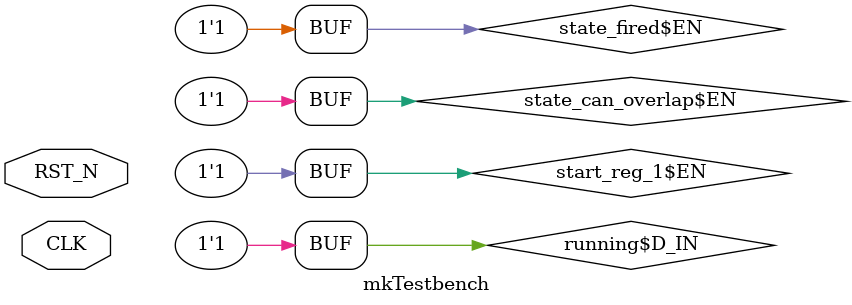
<source format=v>

`ifdef BSV_ASSIGNMENT_DELAY
`else
  `define BSV_ASSIGNMENT_DELAY
`endif

`ifdef BSV_POSITIVE_RESET
  `define BSV_RESET_VALUE 1'b1
  `define BSV_RESET_EDGE posedge
`else
  `define BSV_RESET_VALUE 1'b0
  `define BSV_RESET_EDGE negedge
`endif

module mkTestbench(CLK,
		   RST_N);
  input  CLK;
  input  RST_N;

  // inlined wires
  wire start_wire$whas, state_set_pw$whas;

  // register running
  reg running;
  wire running$D_IN, running$EN;

  // register start_reg
  reg start_reg;
  wire start_reg$D_IN, start_reg$EN;

  // register start_reg_1
  reg start_reg_1;
  wire start_reg_1$D_IN, start_reg_1$EN;

  // register state_can_overlap
  reg state_can_overlap;
  wire state_can_overlap$D_IN, state_can_overlap$EN;

  // register state_fired
  reg state_fired;
  wire state_fired$D_IN, state_fired$EN;

  // register state_mkFSMstate
  reg [2 : 0] state_mkFSMstate;
  reg [2 : 0] state_mkFSMstate$D_IN;
  wire state_mkFSMstate$EN;

  // register testCounter
  reg [31 : 0] testCounter;
  wire [31 : 0] testCounter$D_IN;
  wire testCounter$EN;

  // ports of submodule testVec_0
  wire testVec_0$EN_go, testVec_0$RDY_go, testVec_0$done;

  // rule scheduling signals
  wire WILL_FIRE_RL_action_f_init_l20c17,
       WILL_FIRE_RL_action_l24c28,
       WILL_FIRE_RL_action_l25c26,
       WILL_FIRE_RL_fsm_start,
       WILL_FIRE_RL_idle_l20c17,
       WILL_FIRE_RL_idle_l20c17_1;

  // inputs to muxes for submodule ports
  wire [31 : 0] MUX_testCounter$write_1__VAL_1;
  wire MUX_start_reg$write_1__SEL_2, MUX_state_mkFSMstate$write_1__SEL_1;

  // remaining internal signals
  wire abort_whas_AND_abort_wget_OR_state_mkFSMstate__ETC___d71;

  // submodule testVec_0
  mkTestsMainTest testVec_0(.CLK(CLK),
			    .RST_N(RST_N),
			    .EN_go(testVec_0$EN_go),
			    .RDY_go(testVec_0$RDY_go),
			    .done(testVec_0$done),
			    .RDY_done());

  // rule RL_action_l24c28
  assign WILL_FIRE_RL_action_l24c28 =
	     testVec_0$RDY_go && testCounter == 32'd0 &&
	     (state_mkFSMstate == 3'd1 || state_mkFSMstate == 3'd4) ;

  // rule RL_action_l25c26
  assign WILL_FIRE_RL_action_l25c26 =
	     testVec_0$done && state_mkFSMstate == 3'd2 ;

  // rule RL_fsm_start
  assign WILL_FIRE_RL_fsm_start =
	     abort_whas_AND_abort_wget_OR_state_mkFSMstate__ETC___d71 &&
	     start_reg ;

  // rule RL_idle_l20c17
  assign WILL_FIRE_RL_idle_l20c17 =
	     testCounter != 32'd0 && !start_wire$whas &&
	     state_mkFSMstate == 3'd1 ;

  // rule RL_idle_l20c17_1
  assign WILL_FIRE_RL_idle_l20c17_1 =
	     testCounter != 32'd0 && !start_wire$whas &&
	     state_mkFSMstate == 3'd4 ;

  // rule RL_action_f_init_l20c17
  assign WILL_FIRE_RL_action_f_init_l20c17 =
	     start_wire$whas && state_mkFSMstate == 3'd0 ||
	     testCounter != 32'd0 && start_wire$whas &&
	     state_mkFSMstate == 3'd1 ||
	     testCounter != 32'd0 && start_wire$whas &&
	     state_mkFSMstate == 3'd4 ;

  // inputs to muxes for submodule ports
  assign MUX_start_reg$write_1__SEL_2 =
	     abort_whas_AND_abort_wget_OR_state_mkFSMstate__ETC___d71 &&
	     !start_reg &&
	     !running ;
  assign MUX_state_mkFSMstate$write_1__SEL_1 =
	     WILL_FIRE_RL_idle_l20c17_1 || WILL_FIRE_RL_idle_l20c17 ;
  assign MUX_testCounter$write_1__VAL_1 = testCounter + 32'd1 ;

  // inlined wires
  assign start_wire$whas =
	     WILL_FIRE_RL_fsm_start || start_reg_1 && !state_fired ;
  assign state_set_pw$whas =
	     WILL_FIRE_RL_idle_l20c17_1 || WILL_FIRE_RL_idle_l20c17 ||
	     state_mkFSMstate == 3'd3 ||
	     WILL_FIRE_RL_action_l25c26 ||
	     WILL_FIRE_RL_action_l24c28 ||
	     WILL_FIRE_RL_action_f_init_l20c17 ;

  // register running
  assign running$D_IN = 1'd1 ;
  assign running$EN = MUX_start_reg$write_1__SEL_2 ;

  // register start_reg
  assign start_reg$D_IN = !WILL_FIRE_RL_fsm_start ;
  assign start_reg$EN =
	     WILL_FIRE_RL_fsm_start ||
	     abort_whas_AND_abort_wget_OR_state_mkFSMstate__ETC___d71 &&
	     !start_reg &&
	     !running ;

  // register start_reg_1
  assign start_reg_1$D_IN = start_wire$whas ;
  assign start_reg_1$EN = 1'd1 ;

  // register state_can_overlap
  assign state_can_overlap$D_IN = state_set_pw$whas || state_can_overlap ;
  assign state_can_overlap$EN = 1'd1 ;

  // register state_fired
  assign state_fired$D_IN = state_set_pw$whas ;
  assign state_fired$EN = 1'd1 ;

  // register state_mkFSMstate
  always@(MUX_state_mkFSMstate$write_1__SEL_1 or
	  WILL_FIRE_RL_action_f_init_l20c17 or
	  WILL_FIRE_RL_action_l24c28 or
	  WILL_FIRE_RL_action_l25c26 or state_mkFSMstate)
  begin
    case (1'b1) // synopsys parallel_case
      MUX_state_mkFSMstate$write_1__SEL_1: state_mkFSMstate$D_IN = 3'd0;
      WILL_FIRE_RL_action_f_init_l20c17: state_mkFSMstate$D_IN = 3'd1;
      WILL_FIRE_RL_action_l24c28: state_mkFSMstate$D_IN = 3'd2;
      WILL_FIRE_RL_action_l25c26: state_mkFSMstate$D_IN = 3'd3;
      state_mkFSMstate == 3'd3: state_mkFSMstate$D_IN = 3'd4;
      default: state_mkFSMstate$D_IN = 3'b010 /* unspecified value */ ;
    endcase
  end
  assign state_mkFSMstate$EN =
	     WILL_FIRE_RL_idle_l20c17_1 || WILL_FIRE_RL_idle_l20c17 ||
	     WILL_FIRE_RL_action_f_init_l20c17 ||
	     WILL_FIRE_RL_action_l24c28 ||
	     WILL_FIRE_RL_action_l25c26 ||
	     state_mkFSMstate == 3'd3 ;

  // register testCounter
  assign testCounter$D_IN =
	     (state_mkFSMstate == 3'd3) ?
	       MUX_testCounter$write_1__VAL_1 :
	       32'd0 ;
  assign testCounter$EN =
	     state_mkFSMstate == 3'd3 || WILL_FIRE_RL_action_f_init_l20c17 ;

  // submodule testVec_0
  assign testVec_0$EN_go = WILL_FIRE_RL_action_l24c28 ;

  // remaining internal signals
  assign abort_whas_AND_abort_wget_OR_state_mkFSMstate__ETC___d71 =
	     (state_mkFSMstate == 3'd0 ||
	      testCounter != 32'd0 && state_mkFSMstate == 3'd1 ||
	      testCounter != 32'd0 && state_mkFSMstate == 3'd4) &&
	     (!start_reg_1 || state_fired) ;

  // handling of inlined registers

  always@(posedge CLK)
  begin
    if (RST_N == `BSV_RESET_VALUE)
      begin
        running <= `BSV_ASSIGNMENT_DELAY 1'd0;
	start_reg <= `BSV_ASSIGNMENT_DELAY 1'd0;
	start_reg_1 <= `BSV_ASSIGNMENT_DELAY 1'd0;
	state_can_overlap <= `BSV_ASSIGNMENT_DELAY 1'd1;
	state_fired <= `BSV_ASSIGNMENT_DELAY 1'd0;
	state_mkFSMstate <= `BSV_ASSIGNMENT_DELAY 3'd0;
	testCounter <= `BSV_ASSIGNMENT_DELAY 32'd0;
      end
    else
      begin
        if (running$EN) running <= `BSV_ASSIGNMENT_DELAY running$D_IN;
	if (start_reg$EN) start_reg <= `BSV_ASSIGNMENT_DELAY start_reg$D_IN;
	if (start_reg_1$EN)
	  start_reg_1 <= `BSV_ASSIGNMENT_DELAY start_reg_1$D_IN;
	if (state_can_overlap$EN)
	  state_can_overlap <= `BSV_ASSIGNMENT_DELAY state_can_overlap$D_IN;
	if (state_fired$EN)
	  state_fired <= `BSV_ASSIGNMENT_DELAY state_fired$D_IN;
	if (state_mkFSMstate$EN)
	  state_mkFSMstate <= `BSV_ASSIGNMENT_DELAY state_mkFSMstate$D_IN;
	if (testCounter$EN)
	  testCounter <= `BSV_ASSIGNMENT_DELAY testCounter$D_IN;
      end
  end

  // synopsys translate_off
  `ifdef BSV_NO_INITIAL_BLOCKS
  `else // not BSV_NO_INITIAL_BLOCKS
  initial
  begin
    running = 1'h0;
    start_reg = 1'h0;
    start_reg_1 = 1'h0;
    state_can_overlap = 1'h0;
    state_fired = 1'h0;
    state_mkFSMstate = 3'h2;
    testCounter = 32'hAAAAAAAA;
  end
  `endif // BSV_NO_INITIAL_BLOCKS
  // synopsys translate_on

  // handling of system tasks

  // synopsys translate_off
  always@(negedge CLK)
  begin
    #0;
    if (RST_N != `BSV_RESET_VALUE)
      if (WILL_FIRE_RL_action_l24c28 &&
	  (WILL_FIRE_RL_action_l25c26 || state_mkFSMstate == 3'd3))
	$display("Error: \"src/Testbench.bsv\", line 24, column 28: (R0001)\n  Mutually exclusive rules (from the ME sets [RL_action_l24c28] and\n  [RL_action_l25c26, RL_action_f_update_l20c17] ) fired in the same clock\n  cycle.\n");
    if (RST_N != `BSV_RESET_VALUE)
      if (WILL_FIRE_RL_action_l25c26 && state_mkFSMstate == 3'd3)
	$display("Error: \"src/Testbench.bsv\", line 25, column 26: (R0001)\n  Mutually exclusive rules (from the ME sets [RL_action_l25c26] and\n  [RL_action_f_update_l20c17] ) fired in the same clock cycle.\n");
    if (RST_N != `BSV_RESET_VALUE)
      if (running &&
	  abort_whas_AND_abort_wget_OR_state_mkFSMstate__ETC___d71 &&
	  !start_reg)
	$finish(32'd0);
    if (RST_N != `BSV_RESET_VALUE)
      if (WILL_FIRE_RL_action_f_init_l20c17 &&
	  (WILL_FIRE_RL_action_l24c28 || WILL_FIRE_RL_action_l25c26 ||
	   state_mkFSMstate == 3'd3))
	$display("Error: \"src/Testbench.bsv\", line 20, column 33: (R0001)\n  Mutually exclusive rules (from the ME sets [RL_action_f_init_l20c17] and\n  [RL_action_l24c28, RL_action_l25c26, RL_action_f_update_l20c17] ) fired in\n  the same clock cycle.\n");
  end
  // synopsys translate_on
endmodule  // mkTestbench


</source>
